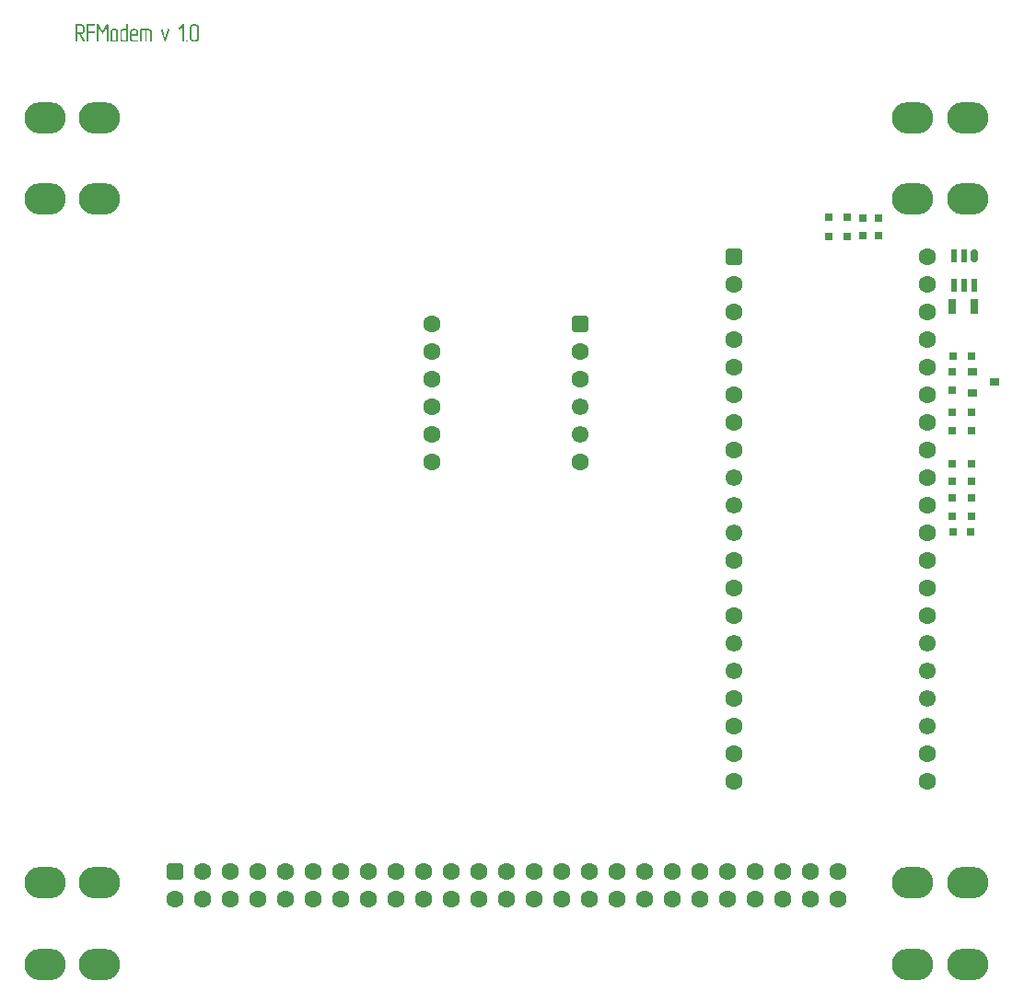
<source format=gts>
G04*
G04 #@! TF.GenerationSoftware,Altium Limited,Altium Designer,22.1.2 (22)*
G04*
G04 Layer_Color=8388736*
%FSAX44Y44*%
%MOMM*%
G71*
G04*
G04 #@! TF.SameCoordinates,84EC4855-0AA3-41C5-BBCE-46EE62212C49*
G04*
G04*
G04 #@! TF.FilePolarity,Negative*
G04*
G01*
G75*
%ADD14R,0.8000X1.4000*%
%ADD15R,0.8000X0.8000*%
%ADD16R,0.8000X0.8000*%
%ADD17R,0.9500X0.8000*%
%ADD18R,0.6000X1.2000*%
G04:AMPARAMS|DCode=19|XSize=0.6mm|YSize=1.2mm|CornerRadius=0.15mm|HoleSize=0mm|Usage=FLASHONLY|Rotation=0.000|XOffset=0mm|YOffset=0mm|HoleType=Round|Shape=RoundedRectangle|*
%AMROUNDEDRECTD19*
21,1,0.6000,0.9000,0,0,0.0*
21,1,0.3000,1.2000,0,0,0.0*
1,1,0.3000,0.1500,-0.4500*
1,1,0.3000,-0.1500,-0.4500*
1,1,0.3000,-0.1500,0.4500*
1,1,0.3000,0.1500,0.4500*
%
%ADD19ROUNDEDRECTD19*%
%ADD20C,1.6000*%
G04:AMPARAMS|DCode=21|XSize=1.6mm|YSize=1.6mm|CornerRadius=0.4mm|HoleSize=0mm|Usage=FLASHONLY|Rotation=0.000|XOffset=0mm|YOffset=0mm|HoleType=Round|Shape=RoundedRectangle|*
%AMROUNDEDRECTD21*
21,1,1.6000,0.8000,0,0,0.0*
21,1,0.8000,1.6000,0,0,0.0*
1,1,0.8000,0.4000,-0.4000*
1,1,0.8000,-0.4000,-0.4000*
1,1,0.8000,-0.4000,0.4000*
1,1,0.8000,0.4000,0.4000*
%
%ADD21ROUNDEDRECTD21*%
%ADD22O,3.8000X2.9000*%
%ADD23O,1.6000X1.5000*%
G36*
X00103572Y00885749D02*
X00103757Y00885657D01*
X00103827Y00885587D01*
X00103919Y00885495D01*
Y00885471D01*
X00103966Y00885448D01*
X00104035Y00885310D01*
X00104104Y00885124D01*
X00104151Y00884870D01*
Y00870061D01*
Y00870038D01*
X00104128Y00869945D01*
X00104104Y00869806D01*
X00104058Y00869667D01*
X00103942Y00869505D01*
X00103804Y00869390D01*
X00103595Y00869297D01*
X00103318Y00869251D01*
X00103271D01*
X00103132Y00869274D01*
X00102947Y00869343D01*
X00102762Y00869459D01*
X00102716Y00869505D01*
X00102647Y00869621D01*
X00102577Y00869806D01*
X00102531Y00870061D01*
Y00882602D01*
X00099384Y00876933D01*
Y00876910D01*
X00099338Y00876887D01*
X00099222Y00876771D01*
X00099037Y00876632D01*
X00098898Y00876609D01*
X00098759Y00876586D01*
X00098690D01*
X00098620Y00876609D01*
X00098528Y00876632D01*
X00098435Y00876679D01*
X00098320Y00876725D01*
X00098227Y00876817D01*
X00098158Y00876933D01*
X00095034Y00882602D01*
Y00870061D01*
Y00870038D01*
X00095011Y00869945D01*
X00094987Y00869806D01*
X00094941Y00869667D01*
X00094825Y00869505D01*
X00094687Y00869390D01*
X00094478Y00869297D01*
X00094201Y00869251D01*
X00094154D01*
X00093992Y00869274D01*
X00093807Y00869343D01*
X00093622Y00869459D01*
X00093599Y00869505D01*
X00093530Y00869621D01*
X00093437Y00869806D01*
X00093414Y00870061D01*
Y00884870D01*
Y00884916D01*
X00093437Y00885009D01*
X00093460Y00885148D01*
X00093506Y00885333D01*
X00093599Y00885495D01*
X00093738Y00885633D01*
X00093900Y00885726D01*
X00094154Y00885772D01*
X00094224D01*
X00094316Y00885749D01*
X00094432Y00885703D01*
X00094548Y00885657D01*
X00094663Y00885564D01*
X00094779Y00885448D01*
X00094895Y00885286D01*
X00098759Y00878761D01*
X00102623Y00885286D01*
X00102647Y00885310D01*
X00102670Y00885356D01*
X00102739Y00885448D01*
X00102832Y00885541D01*
X00103063Y00885703D01*
X00103225Y00885749D01*
X00103387Y00885772D01*
X00103433D01*
X00103572Y00885749D01*
D02*
G37*
G36*
X00159477Y00881098D02*
X00159662Y00881029D01*
X00159870Y00880913D01*
X00159894D01*
X00159917Y00880867D01*
X00160009Y00880774D01*
X00160079Y00880589D01*
X00160125Y00880473D01*
Y00880335D01*
Y00880288D01*
Y00880219D01*
X00160102Y00880126D01*
X00160079Y00880057D01*
X00157232Y00869899D01*
Y00869876D01*
X00157186Y00869806D01*
X00157140Y00869690D01*
X00157071Y00869575D01*
X00156955Y00869436D01*
X00156816Y00869343D01*
X00156631Y00869251D01*
X00156423Y00869228D01*
X00156376D01*
X00156284Y00869251D01*
X00156122Y00869297D01*
X00155960Y00869390D01*
X00155937Y00869413D01*
X00155844Y00869505D01*
X00155775Y00869621D01*
X00155728Y00869737D01*
X00152836Y00880057D01*
Y00880080D01*
X00152813Y00880103D01*
X00152790Y00880196D01*
Y00880335D01*
Y00880358D01*
Y00880404D01*
X00152813Y00880543D01*
X00152882Y00880705D01*
X00153021Y00880890D01*
X00153044D01*
X00153067Y00880936D01*
X00153183Y00881006D01*
X00153368Y00881075D01*
X00153600Y00881121D01*
X00153692D01*
X00153785Y00881098D01*
X00153924Y00881052D01*
X00154039Y00880983D01*
X00154178Y00880867D01*
X00154294Y00880728D01*
X00154386Y00880520D01*
X00156446Y00872467D01*
X00158528Y00880520D01*
Y00880543D01*
X00158551Y00880612D01*
X00158598Y00880705D01*
X00158667Y00880820D01*
X00158760Y00880936D01*
X00158898Y00881029D01*
X00159084Y00881098D01*
X00159292Y00881121D01*
X00159338D01*
X00159477Y00881098D01*
D02*
G37*
G36*
X00184144Y00885680D02*
X00184282Y00885657D01*
X00184444Y00885633D01*
X00184815Y00885518D01*
X00185231Y00885356D01*
X00185462Y00885240D01*
X00185694Y00885101D01*
X00185925Y00884939D01*
X00186157Y00884754D01*
X00186365Y00884546D01*
X00186596Y00884291D01*
X00186619D01*
X00186643Y00884268D01*
X00186758Y00884153D01*
X00186920Y00883968D01*
X00187105Y00883736D01*
X00187267Y00883412D01*
X00187429Y00883019D01*
X00187545Y00882556D01*
X00187591Y00882301D01*
Y00882024D01*
Y00872884D01*
Y00872861D01*
Y00872814D01*
Y00872745D01*
X00187568Y00872629D01*
Y00872514D01*
X00187545Y00872352D01*
X00187453Y00872004D01*
X00187337Y00871588D01*
X00187129Y00871171D01*
X00186874Y00870732D01*
X00186689Y00870524D01*
X00186504Y00870315D01*
X00186481D01*
X00186458Y00870269D01*
X00186388Y00870223D01*
X00186319Y00870153D01*
X00186087Y00869968D01*
X00185786Y00869783D01*
X00185393Y00869598D01*
X00184953Y00869413D01*
X00184444Y00869297D01*
X00184167Y00869274D01*
X00183889Y00869251D01*
X00182616D01*
X00182501Y00869274D01*
X00182362D01*
X00182223Y00869297D01*
X00181853Y00869390D01*
X00181459Y00869505D01*
X00181020Y00869690D01*
X00180580Y00869945D01*
X00180372Y00870107D01*
X00180164Y00870292D01*
Y00870315D01*
X00180117Y00870338D01*
X00180071Y00870408D01*
X00180002Y00870477D01*
X00179840Y00870709D01*
X00179655Y00871009D01*
X00179446Y00871403D01*
X00179284Y00871842D01*
X00179169Y00872328D01*
X00179145Y00872606D01*
X00179122Y00872884D01*
Y00882024D01*
Y00882047D01*
Y00882093D01*
Y00882163D01*
X00179145Y00882278D01*
Y00882417D01*
X00179192Y00882556D01*
X00179261Y00882926D01*
X00179400Y00883343D01*
X00179585Y00883782D01*
X00179863Y00884245D01*
X00180025Y00884477D01*
X00180210Y00884685D01*
X00180233Y00884708D01*
X00180256Y00884731D01*
X00180395Y00884847D01*
X00180603Y00885009D01*
X00180904Y00885194D01*
X00181274Y00885379D01*
X00181714Y00885541D01*
X00182200Y00885657D01*
X00182477Y00885703D01*
X00184051D01*
X00184144Y00885680D01*
D02*
G37*
G36*
X00176646Y00870824D02*
X00176762Y00870801D01*
X00176924Y00870755D01*
X00177086Y00870639D01*
X00177202Y00870500D01*
X00177294Y00870315D01*
X00177341Y00870038D01*
Y00870014D01*
Y00869991D01*
X00177317Y00869853D01*
X00177248Y00869667D01*
X00177109Y00869482D01*
X00177063Y00869436D01*
X00176947Y00869367D01*
X00176762Y00869297D01*
X00176507Y00869251D01*
X00176438D01*
X00176299Y00869274D01*
X00176114Y00869343D01*
X00175929Y00869459D01*
X00175906Y00869505D01*
X00175837Y00869621D01*
X00175744Y00869806D01*
X00175721Y00870038D01*
Y00870061D01*
Y00870084D01*
X00175744Y00870223D01*
X00175813Y00870408D01*
X00175929Y00870593D01*
Y00870616D01*
X00175975Y00870639D01*
X00176091Y00870732D01*
X00176253Y00870801D01*
X00176369Y00870847D01*
X00176554D01*
X00176646Y00870824D01*
D02*
G37*
G36*
X00173222Y00885657D02*
X00173407Y00885587D01*
X00173615Y00885448D01*
X00173638D01*
X00173661Y00885402D01*
X00173754Y00885310D01*
X00173823Y00885125D01*
X00173870Y00885009D01*
Y00884870D01*
Y00870038D01*
Y00870014D01*
Y00869968D01*
X00173846Y00869899D01*
Y00869806D01*
X00173754Y00869621D01*
X00173708Y00869529D01*
X00173615Y00869436D01*
X00173569Y00869413D01*
X00173453Y00869343D01*
X00173291Y00869274D01*
X00173060Y00869251D01*
X00173013D01*
X00172852Y00869274D01*
X00172666Y00869343D01*
X00172481Y00869459D01*
X00172435Y00869505D01*
X00172366Y00869621D01*
X00172296Y00869783D01*
X00172250Y00870038D01*
Y00883297D01*
X00170214Y00880890D01*
X00170167Y00880844D01*
X00170052Y00880774D01*
X00169867Y00880705D01*
X00169635Y00880659D01*
X00169589D01*
X00169450Y00880682D01*
X00169265Y00880751D01*
X00169057Y00880890D01*
X00169010Y00880936D01*
X00168941Y00881052D01*
X00168871Y00881237D01*
X00168825Y00881468D01*
Y00881492D01*
Y00881515D01*
X00168848Y00881654D01*
X00168941Y00881839D01*
X00168987Y00881931D01*
X00169080Y00882024D01*
X00172504Y00885448D01*
X00172551Y00885495D01*
X00172643Y00885564D01*
X00172805Y00885633D01*
X00173037Y00885680D01*
X00173083D01*
X00173222Y00885657D01*
D02*
G37*
G36*
X00141914Y00881098D02*
X00142215Y00881029D01*
X00142562Y00880913D01*
X00142585D01*
X00142632Y00880867D01*
X00142724Y00880820D01*
X00142840Y00880774D01*
X00143094Y00880589D01*
X00143372Y00880358D01*
X00143395Y00880335D01*
X00143441Y00880311D01*
X00143488Y00880242D01*
X00143580Y00880150D01*
X00143742Y00879895D01*
X00143904Y00879571D01*
Y00879548D01*
X00143927Y00879502D01*
X00143974Y00879409D01*
X00144020Y00879270D01*
X00144089Y00878969D01*
X00144112Y00878622D01*
Y00870038D01*
Y00870014D01*
X00144089Y00869922D01*
X00144066Y00869783D01*
X00144020Y00869644D01*
X00143904Y00869505D01*
X00143765Y00869367D01*
X00143580Y00869274D01*
X00143302Y00869251D01*
X00143256D01*
X00143094Y00869274D01*
X00142909Y00869343D01*
X00142724Y00869459D01*
X00142678Y00869505D01*
X00142608Y00869621D01*
X00142539Y00869783D01*
X00142493Y00870038D01*
Y00878622D01*
Y00878645D01*
Y00878692D01*
X00142470Y00878761D01*
Y00878830D01*
X00142377Y00879039D01*
X00142308Y00879155D01*
X00142215Y00879247D01*
Y00879270D01*
X00142169Y00879293D01*
X00142053Y00879386D01*
X00141845Y00879478D01*
X00141729Y00879525D01*
X00139554D01*
Y00870038D01*
Y00870014D01*
Y00869968D01*
X00139531Y00869899D01*
Y00869806D01*
X00139438Y00869621D01*
X00139392Y00869529D01*
X00139299Y00869436D01*
X00139253Y00869413D01*
X00139137Y00869343D01*
X00138975Y00869274D01*
X00138744Y00869251D01*
X00138698D01*
X00138536Y00869274D01*
X00138351Y00869343D01*
X00138166Y00869459D01*
X00138119Y00869505D01*
X00138050Y00869621D01*
X00137980Y00869783D01*
X00137934Y00870038D01*
Y00879525D01*
X00134995D01*
Y00870038D01*
Y00870014D01*
X00134972Y00869922D01*
X00134949Y00869783D01*
X00134903Y00869644D01*
X00134787Y00869505D01*
X00134648Y00869367D01*
X00134440Y00869274D01*
X00134162Y00869251D01*
X00134116D01*
X00133954Y00869274D01*
X00133769Y00869343D01*
X00133584Y00869459D01*
X00133561Y00869505D01*
X00133491Y00869621D01*
X00133399Y00869783D01*
X00133376Y00870038D01*
Y00880311D01*
Y00880358D01*
X00133399Y00880450D01*
X00133422Y00880566D01*
X00133468Y00880728D01*
X00133561Y00880867D01*
X00133700Y00881006D01*
X00133908Y00881098D01*
X00134162Y00881121D01*
X00141775D01*
X00141914Y00881098D01*
D02*
G37*
G36*
X00129419Y00881075D02*
X00129650Y00881029D01*
X00129951Y00880936D01*
X00130252Y00880820D01*
X00130553Y00880635D01*
X00130830Y00880381D01*
X00130854Y00880358D01*
X00130946Y00880242D01*
X00131062Y00880103D01*
X00131201Y00879895D01*
X00131339Y00879617D01*
X00131455Y00879316D01*
X00131548Y00878969D01*
X00131571Y00878576D01*
Y00875174D01*
Y00875151D01*
X00131548Y00875059D01*
X00131525Y00874920D01*
X00131455Y00874781D01*
X00131363Y00874642D01*
X00131201Y00874503D01*
X00130992Y00874411D01*
X00130715Y00874388D01*
X00125855D01*
Y00871750D01*
Y00871727D01*
Y00871681D01*
X00125878Y00871611D01*
Y00871518D01*
X00125971Y00871310D01*
X00126017Y00871195D01*
X00126110Y00871102D01*
X00126133D01*
X00126156Y00871056D01*
X00126272Y00870986D01*
X00126480Y00870894D01*
X00126596Y00870871D01*
X00126712Y00870847D01*
X00130761D01*
X00130854Y00870824D01*
X00130969Y00870801D01*
X00131131Y00870755D01*
X00131293Y00870639D01*
X00131409Y00870500D01*
X00131501Y00870315D01*
X00131548Y00870038D01*
Y00870014D01*
Y00869991D01*
X00131525Y00869852D01*
X00131455Y00869667D01*
X00131339Y00869482D01*
X00131293Y00869436D01*
X00131178Y00869367D01*
X00130992Y00869297D01*
X00130715Y00869251D01*
X00126688D01*
X00126550Y00869274D01*
X00126364Y00869297D01*
X00126110Y00869343D01*
X00125809Y00869436D01*
X00125508Y00869552D01*
X00125208Y00869737D01*
X00124930Y00869968D01*
X00124907Y00869991D01*
X00124814Y00870107D01*
X00124722Y00870246D01*
X00124583Y00870454D01*
X00124467Y00870732D01*
X00124351Y00871032D01*
X00124259Y00871380D01*
X00124236Y00871773D01*
Y00878599D01*
Y00878622D01*
Y00878692D01*
Y00878784D01*
X00124259Y00878900D01*
X00124305Y00879201D01*
X00124421Y00879548D01*
Y00879571D01*
X00124467Y00879617D01*
X00124490Y00879710D01*
X00124560Y00879826D01*
X00124722Y00880080D01*
X00124930Y00880358D01*
X00124953Y00880381D01*
X00124999Y00880427D01*
X00125069Y00880473D01*
X00125161Y00880566D01*
X00125416Y00880728D01*
X00125717Y00880913D01*
X00125740D01*
X00125809Y00880936D01*
X00125902Y00880983D01*
X00126017Y00881029D01*
X00126179Y00881052D01*
X00126341Y00881098D01*
X00126735Y00881121D01*
X00129211D01*
X00129419Y00881075D01*
D02*
G37*
G36*
X00121783Y00885680D02*
X00121968Y00885610D01*
X00122176Y00885471D01*
X00122199D01*
X00122222Y00885425D01*
X00122315Y00885310D01*
X00122385Y00885124D01*
X00122431Y00885009D01*
Y00884870D01*
Y00870038D01*
Y00870014D01*
X00122408Y00869922D01*
X00122385Y00869783D01*
X00122315Y00869644D01*
X00122222Y00869505D01*
X00122060Y00869367D01*
X00121852Y00869274D01*
X00121575Y00869251D01*
X00117409D01*
X00117294Y00869274D01*
X00116947Y00869320D01*
X00116600Y00869436D01*
X00116576D01*
X00116530Y00869482D01*
X00116438Y00869529D01*
X00116345Y00869575D01*
X00116091Y00869760D01*
X00115813Y00869991D01*
X00115790Y00870014D01*
X00115767Y00870061D01*
X00115697Y00870130D01*
X00115628Y00870223D01*
X00115443Y00870477D01*
X00115281Y00870778D01*
Y00870801D01*
X00115258Y00870871D01*
X00115234Y00870963D01*
X00115188Y00871079D01*
X00115165Y00871218D01*
X00115119Y00871403D01*
X00115096Y00871773D01*
Y00878622D01*
Y00878645D01*
Y00878669D01*
X00115119Y00878807D01*
X00115142Y00878992D01*
X00115188Y00879247D01*
X00115281Y00879525D01*
X00115396Y00879826D01*
X00115582Y00880126D01*
X00115813Y00880404D01*
X00115836Y00880427D01*
X00115952Y00880520D01*
X00116091Y00880635D01*
X00116299Y00880774D01*
X00116576Y00880890D01*
X00116877Y00881006D01*
X00117224Y00881098D01*
X00117618Y00881121D01*
X00120811D01*
Y00884870D01*
Y00884893D01*
Y00884939D01*
X00120834Y00885078D01*
X00120904Y00885286D01*
X00121019Y00885471D01*
X00121066Y00885518D01*
X00121181Y00885587D01*
X00121366Y00885657D01*
X00121598Y00885703D01*
X00121644D01*
X00121783Y00885680D01*
D02*
G37*
G36*
X00111069Y00881098D02*
X00111393Y00881029D01*
X00111740Y00880913D01*
X00111763D01*
X00111810Y00880867D01*
X00111902Y00880820D01*
X00112018Y00880774D01*
X00112273Y00880589D01*
X00112550Y00880358D01*
X00112573Y00880335D01*
X00112620Y00880311D01*
X00112666Y00880242D01*
X00112759Y00880150D01*
X00112921Y00879895D01*
X00113083Y00879571D01*
Y00879548D01*
X00113106Y00879502D01*
X00113152Y00879409D01*
X00113198Y00879270D01*
X00113268Y00878969D01*
X00113291Y00878622D01*
Y00871773D01*
Y00871750D01*
Y00871727D01*
Y00871588D01*
X00113244Y00871403D01*
X00113198Y00871148D01*
X00113106Y00870847D01*
X00112990Y00870547D01*
X00112805Y00870246D01*
X00112550Y00869968D01*
X00112527Y00869945D01*
X00112411Y00869852D01*
X00112273Y00869737D01*
X00112064Y00869621D01*
X00111787Y00869482D01*
X00111486Y00869367D01*
X00111139Y00869274D01*
X00110745Y00869251D01*
X00108408D01*
X00108270Y00869274D01*
X00108084Y00869297D01*
X00107830Y00869343D01*
X00107529Y00869436D01*
X00107228Y00869552D01*
X00106927Y00869737D01*
X00106650Y00869968D01*
X00106627Y00869991D01*
X00106534Y00870107D01*
X00106441Y00870246D01*
X00106303Y00870454D01*
X00106187Y00870732D01*
X00106071Y00871032D01*
X00105979Y00871380D01*
X00105955Y00871773D01*
Y00878622D01*
Y00878645D01*
Y00878715D01*
Y00878807D01*
X00105979Y00878923D01*
X00106025Y00879247D01*
X00106141Y00879571D01*
Y00879594D01*
X00106187Y00879640D01*
X00106210Y00879733D01*
X00106279Y00879849D01*
X00106441Y00880103D01*
X00106650Y00880381D01*
X00106673Y00880404D01*
X00106719Y00880450D01*
X00106789Y00880497D01*
X00106881Y00880589D01*
X00107136Y00880751D01*
X00107436Y00880913D01*
X00107460D01*
X00107529Y00880936D01*
X00107622Y00880983D01*
X00107737Y00881029D01*
X00107899Y00881052D01*
X00108061Y00881098D01*
X00108455Y00881121D01*
X00110931D01*
X00111069Y00881098D01*
D02*
G37*
G36*
X00090892Y00885680D02*
X00091007Y00885657D01*
X00091169Y00885610D01*
X00091331Y00885495D01*
X00091447Y00885356D01*
X00091540Y00885171D01*
X00091586Y00884893D01*
Y00884870D01*
Y00884847D01*
X00091563Y00884708D01*
X00091493Y00884523D01*
X00091355Y00884338D01*
X00091308Y00884291D01*
X00091193Y00884222D01*
X00091007Y00884153D01*
X00090753Y00884106D01*
X00085894D01*
Y00878830D01*
X00090822D01*
X00090892Y00878807D01*
X00090984D01*
X00091193Y00878715D01*
X00091285Y00878669D01*
X00091378Y00878576D01*
X00091401Y00878530D01*
X00091493Y00878414D01*
X00091563Y00878252D01*
X00091586Y00878044D01*
Y00878021D01*
Y00877998D01*
X00091563Y00877859D01*
X00091493Y00877674D01*
X00091355Y00877465D01*
X00091308Y00877419D01*
X00091193Y00877350D01*
X00091007Y00877280D01*
X00090753Y00877234D01*
X00085894D01*
Y00870038D01*
Y00870014D01*
X00085871Y00869922D01*
X00085847Y00869783D01*
X00085801Y00869644D01*
X00085685Y00869505D01*
X00085547Y00869367D01*
X00085338Y00869274D01*
X00085061Y00869251D01*
X00085014D01*
X00084852Y00869274D01*
X00084667Y00869343D01*
X00084482Y00869459D01*
X00084459Y00869505D01*
X00084390Y00869621D01*
X00084297Y00869783D01*
X00084274Y00870038D01*
Y00884870D01*
Y00884916D01*
X00084297Y00885009D01*
X00084320Y00885124D01*
X00084367Y00885286D01*
X00084459Y00885448D01*
X00084598Y00885564D01*
X00084806Y00885657D01*
X00085061Y00885703D01*
X00090799D01*
X00090892Y00885680D01*
D02*
G37*
G36*
X00079021D02*
X00079160Y00885657D01*
X00079322Y00885633D01*
X00079692Y00885541D01*
X00080109Y00885356D01*
X00080340Y00885263D01*
X00080572Y00885124D01*
X00080803Y00884962D01*
X00081034Y00884777D01*
X00081243Y00884569D01*
X00081474Y00884315D01*
X00081497D01*
X00081520Y00884268D01*
X00081636Y00884176D01*
X00081798Y00883991D01*
X00081983Y00883736D01*
X00082145Y00883412D01*
X00082307Y00883019D01*
X00082423Y00882556D01*
X00082469Y00882301D01*
Y00882024D01*
Y00879733D01*
Y00879710D01*
Y00879663D01*
Y00879594D01*
X00082446Y00879478D01*
Y00879340D01*
X00082423Y00879201D01*
X00082330Y00878830D01*
X00082214Y00878437D01*
X00082006Y00877998D01*
X00081752Y00877558D01*
X00081567Y00877350D01*
X00081382Y00877141D01*
X00081358D01*
X00081335Y00877095D01*
X00081266Y00877049D01*
X00081196Y00876979D01*
X00080965Y00876817D01*
X00080641Y00876632D01*
X00080271Y00876424D01*
X00079831Y00876262D01*
X00079322Y00876146D01*
X00079044Y00876123D01*
X00078767Y00876100D01*
X00078882D01*
X00082353Y00870431D01*
X00082376Y00870385D01*
X00082423Y00870292D01*
X00082446Y00870153D01*
X00082469Y00870038D01*
Y00870014D01*
Y00869991D01*
X00082446Y00869852D01*
X00082353Y00869667D01*
X00082307Y00869575D01*
X00082214Y00869482D01*
X00082168Y00869436D01*
X00082052Y00869367D01*
X00081867Y00869297D01*
X00081636Y00869251D01*
X00081567D01*
X00081405Y00869297D01*
X00081243Y00869367D01*
X00081173Y00869436D01*
X00081127Y00869529D01*
X00077193Y00876100D01*
X00075620D01*
Y00870038D01*
Y00870014D01*
X00075597Y00869922D01*
X00075574Y00869783D01*
X00075527Y00869644D01*
X00075412Y00869505D01*
X00075273Y00869367D01*
X00075064Y00869274D01*
X00074787Y00869251D01*
X00074741D01*
X00074578Y00869274D01*
X00074393Y00869343D01*
X00074208Y00869459D01*
X00074185Y00869505D01*
X00074116Y00869621D01*
X00074023Y00869783D01*
X00074000Y00870038D01*
Y00884870D01*
Y00884916D01*
X00074023Y00885009D01*
X00074046Y00885124D01*
X00074093Y00885286D01*
X00074185Y00885448D01*
X00074324Y00885564D01*
X00074532Y00885657D01*
X00074787Y00885703D01*
X00078929D01*
X00079021Y00885680D01*
D02*
G37*
%LPC*%
G36*
X00183889Y00884106D02*
X00182593D01*
X00182501Y00884083D01*
X00182246Y00884037D01*
X00181968Y00883944D01*
X00181945D01*
X00181899Y00883921D01*
X00181853Y00883875D01*
X00181760Y00883829D01*
X00181552Y00883690D01*
X00181320Y00883482D01*
Y00883458D01*
X00181274Y00883435D01*
X00181159Y00883297D01*
X00181020Y00883088D01*
X00180881Y00882834D01*
Y00882811D01*
X00180858Y00882764D01*
X00180835Y00882695D01*
X00180812Y00882602D01*
X00180765Y00882348D01*
X00180742Y00882024D01*
Y00872884D01*
Y00872861D01*
Y00872814D01*
Y00872722D01*
X00180765Y00872629D01*
X00180812Y00872352D01*
X00180881Y00872074D01*
Y00872051D01*
X00180904Y00872004D01*
X00180950Y00871935D01*
X00180997Y00871866D01*
X00181135Y00871634D01*
X00181320Y00871426D01*
X00181344D01*
X00181367Y00871380D01*
X00181506Y00871264D01*
X00181714Y00871125D01*
X00181968Y00870986D01*
X00181992D01*
X00182038Y00870963D01*
X00182107Y00870940D01*
X00182200Y00870917D01*
X00182454Y00870871D01*
X00182755Y00870847D01*
X00184051D01*
X00184213Y00870871D01*
X00184421Y00870917D01*
X00184653Y00870986D01*
X00184884Y00871079D01*
X00185138Y00871218D01*
X00185370Y00871403D01*
X00185393Y00871426D01*
X00185462Y00871518D01*
X00185555Y00871634D01*
X00185671Y00871796D01*
X00185786Y00872028D01*
X00185879Y00872282D01*
X00185948Y00872560D01*
X00185972Y00872884D01*
Y00882024D01*
Y00882047D01*
Y00882093D01*
Y00882163D01*
X00185948Y00882278D01*
X00185902Y00882510D01*
X00185810Y00882787D01*
Y00882811D01*
X00185786Y00882857D01*
X00185740Y00882926D01*
X00185694Y00883019D01*
X00185555Y00883227D01*
X00185347Y00883458D01*
X00185324Y00883482D01*
X00185301Y00883505D01*
X00185162Y00883620D01*
X00184953Y00883782D01*
X00184699Y00883921D01*
X00184676D01*
X00184629Y00883944D01*
X00184560Y00883991D01*
X00184468Y00884014D01*
X00184213Y00884083D01*
X00183889Y00884106D01*
D02*
G37*
G36*
X00129164Y00879525D02*
X00126665D01*
X00126503Y00879502D01*
X00126318Y00879409D01*
X00126202Y00879340D01*
X00126110Y00879247D01*
X00126064Y00879201D01*
X00125994Y00879062D01*
X00125902Y00878877D01*
X00125878Y00878738D01*
X00125855Y00878599D01*
Y00875984D01*
X00129951D01*
Y00878599D01*
Y00878622D01*
Y00878669D01*
X00129928Y00878738D01*
Y00878830D01*
X00129835Y00879039D01*
X00129766Y00879155D01*
X00129673Y00879247D01*
Y00879270D01*
X00129627Y00879293D01*
X00129488Y00879386D01*
X00129303Y00879478D01*
X00129164Y00879525D01*
D02*
G37*
G36*
X00120811D02*
X00117525D01*
X00117456Y00879502D01*
X00117386D01*
X00117178Y00879409D01*
X00117062Y00879340D01*
X00116970Y00879247D01*
X00116924Y00879201D01*
X00116854Y00879085D01*
X00116762Y00878877D01*
X00116739Y00878761D01*
X00116715Y00878622D01*
Y00871750D01*
Y00871727D01*
Y00871681D01*
X00116739Y00871611D01*
Y00871518D01*
X00116831Y00871310D01*
X00116877Y00871195D01*
X00116970Y00871102D01*
X00116993D01*
X00117016Y00871056D01*
X00117155Y00870986D01*
X00117340Y00870894D01*
X00117456Y00870871D01*
X00117595Y00870847D01*
X00120811D01*
Y00879525D01*
D02*
G37*
G36*
X00110884D02*
X00108385D01*
X00108223Y00879502D01*
X00108038Y00879409D01*
X00107922Y00879340D01*
X00107830Y00879247D01*
X00107783Y00879201D01*
X00107714Y00879085D01*
X00107622Y00878877D01*
X00107598Y00878761D01*
X00107575Y00878622D01*
Y00871750D01*
Y00871727D01*
Y00871681D01*
X00107598Y00871611D01*
Y00871518D01*
X00107691Y00871310D01*
X00107737Y00871195D01*
X00107830Y00871102D01*
X00107853D01*
X00107876Y00871056D01*
X00107992Y00870986D01*
X00108200Y00870894D01*
X00108316Y00870871D01*
X00108431Y00870847D01*
X00110815D01*
X00110884Y00870871D01*
X00110977D01*
X00111185Y00870963D01*
X00111301Y00871009D01*
X00111393Y00871102D01*
X00111416Y00871125D01*
X00111440Y00871148D01*
X00111532Y00871287D01*
X00111625Y00871472D01*
X00111671Y00871611D01*
Y00871750D01*
Y00878622D01*
Y00878645D01*
Y00878692D01*
X00111648Y00878761D01*
Y00878830D01*
X00111555Y00879039D01*
X00111486Y00879155D01*
X00111393Y00879247D01*
Y00879270D01*
X00111347Y00879293D01*
X00111208Y00879386D01*
X00111023Y00879478D01*
X00110884Y00879525D01*
D02*
G37*
G36*
X00078767Y00884106D02*
X00075620D01*
Y00877697D01*
X00078929D01*
X00079044Y00877720D01*
X00079299Y00877766D01*
X00079577Y00877835D01*
X00079600D01*
X00079646Y00877859D01*
X00079715Y00877905D01*
X00079808Y00877951D01*
X00080016Y00878090D01*
X00080225Y00878275D01*
X00080248Y00878298D01*
X00080271Y00878322D01*
X00080386Y00878483D01*
X00080548Y00878692D01*
X00080687Y00878946D01*
Y00878969D01*
X00080710Y00879016D01*
X00080734Y00879085D01*
X00080780Y00879178D01*
X00080826Y00879432D01*
X00080849Y00879733D01*
Y00882024D01*
Y00882047D01*
Y00882093D01*
Y00882163D01*
X00080826Y00882278D01*
X00080780Y00882510D01*
X00080687Y00882787D01*
Y00882811D01*
X00080664Y00882857D01*
X00080618Y00882926D01*
X00080572Y00883019D01*
X00080433Y00883227D01*
X00080225Y00883458D01*
X00080201Y00883482D01*
X00080178Y00883505D01*
X00080039Y00883620D01*
X00079831Y00883782D01*
X00079577Y00883921D01*
X00079553D01*
X00079507Y00883944D01*
X00079438Y00883991D01*
X00079345Y00884014D01*
X00079091Y00884083D01*
X00078767Y00884106D01*
D02*
G37*
%LPD*%
D14*
X00900000Y00626000D02*
D03*
X00880000D02*
D03*
D15*
X00881000Y00580000D02*
D03*
X00897500D02*
D03*
X00783250Y00708000D02*
D03*
X00766750D02*
D03*
X00783250Y00690000D02*
D03*
X00766750D02*
D03*
X00880750Y00418000D02*
D03*
X00897250D02*
D03*
D16*
X00798000Y00690750D02*
D03*
X00798000Y00707250D02*
D03*
X00880000Y00565250D02*
D03*
Y00548750D02*
D03*
Y00528250D02*
D03*
Y00511750D02*
D03*
X00898000D02*
D03*
Y00528250D02*
D03*
X00880000Y00432750D02*
D03*
Y00449250D02*
D03*
X00812000Y00707250D02*
D03*
Y00690750D02*
D03*
X00880000Y00464750D02*
D03*
Y00481250D02*
D03*
X00898000Y00481250D02*
D03*
Y00464750D02*
D03*
Y00432750D02*
D03*
Y00449250D02*
D03*
D17*
X00899000Y00565500D02*
D03*
X00919000Y00556000D02*
D03*
X00899000Y00546500D02*
D03*
D18*
X00900500Y00645500D02*
D03*
X00891000Y00645500D02*
D03*
X00881500Y00645500D02*
D03*
Y00672500D02*
D03*
X00891000Y00672500D02*
D03*
D19*
X00900500Y00672500D02*
D03*
D20*
X00266800Y00105700D02*
D03*
Y00080300D02*
D03*
X00292200Y00105700D02*
D03*
Y00080300D02*
D03*
X00317600Y00105700D02*
D03*
Y00080300D02*
D03*
X00343000Y00105700D02*
D03*
Y00080300D02*
D03*
X00368400Y00105700D02*
D03*
Y00080300D02*
D03*
X00393800Y00105700D02*
D03*
Y00080300D02*
D03*
X00419200Y00105700D02*
D03*
Y00080300D02*
D03*
X00444600Y00105700D02*
D03*
Y00080300D02*
D03*
X00470000Y00105700D02*
D03*
Y00080300D02*
D03*
X00495400Y00105700D02*
D03*
Y00080300D02*
D03*
X00520800Y00105700D02*
D03*
Y00080300D02*
D03*
X00546200Y00105700D02*
D03*
Y00080300D02*
D03*
X00571600Y00105700D02*
D03*
Y00080300D02*
D03*
X00597000Y00105700D02*
D03*
Y00080300D02*
D03*
X00622400Y00105700D02*
D03*
Y00080300D02*
D03*
X00647800Y00105700D02*
D03*
Y00080300D02*
D03*
X00673200Y00105700D02*
D03*
Y00080300D02*
D03*
X00698600Y00105700D02*
D03*
Y00080300D02*
D03*
X00724000Y00105700D02*
D03*
Y00080300D02*
D03*
X00749400Y00105700D02*
D03*
Y00080300D02*
D03*
X00774800Y00105700D02*
D03*
Y00080300D02*
D03*
X00216000Y00105700D02*
D03*
X00190600D02*
D03*
X00216000Y00080300D02*
D03*
X00190600D02*
D03*
X00165200D02*
D03*
X00241400Y00105700D02*
D03*
Y00080300D02*
D03*
X00679100Y00595100D02*
D03*
Y00620500D02*
D03*
Y00544300D02*
D03*
Y00493500D02*
D03*
X00679100Y00569700D02*
D03*
Y00518900D02*
D03*
Y00645900D02*
D03*
X00856900Y00620500D02*
D03*
X00679100Y00239500D02*
D03*
Y00214100D02*
D03*
Y00264900D02*
D03*
Y00391900D02*
D03*
Y00366500D02*
D03*
X00856900Y00391900D02*
D03*
X00679100Y00188700D02*
D03*
Y00341100D02*
D03*
X00856900Y00493500D02*
D03*
Y00366500D02*
D03*
Y00341100D02*
D03*
Y00442700D02*
D03*
Y00417300D02*
D03*
Y00645900D02*
D03*
Y00569700D02*
D03*
Y00671300D02*
D03*
X00856900Y00595100D02*
D03*
X00856900Y00544300D02*
D03*
Y00518900D02*
D03*
X00856900Y00468100D02*
D03*
X00856900Y00214100D02*
D03*
Y00188700D02*
D03*
X00538000Y00584100D02*
D03*
Y00482500D02*
D03*
Y00558700D02*
D03*
X00402000Y00482500D02*
D03*
Y00507900D02*
D03*
Y00533300D02*
D03*
Y00558700D02*
D03*
Y00584100D02*
D03*
Y00609500D02*
D03*
D21*
X00165200Y00105700D02*
D03*
X00679100Y00671300D02*
D03*
X00538000Y00609500D02*
D03*
D22*
X00046000Y00095500D02*
D03*
Y00020500D02*
D03*
X00096000D02*
D03*
Y00095500D02*
D03*
X00894000Y00020500D02*
D03*
Y00095500D02*
D03*
X00844000D02*
D03*
Y00020500D02*
D03*
X00046000Y00799500D02*
D03*
Y00724500D02*
D03*
X00096000D02*
D03*
Y00799500D02*
D03*
X00894000Y00724500D02*
D03*
Y00799500D02*
D03*
X00844000D02*
D03*
Y00724500D02*
D03*
D23*
X00679100Y00468100D02*
D03*
Y00442700D02*
D03*
Y00315700D02*
D03*
X00679100Y00417300D02*
D03*
Y00290300D02*
D03*
X00856900Y00315700D02*
D03*
Y00290300D02*
D03*
Y00264900D02*
D03*
X00856900Y00239500D02*
D03*
X00538000Y00507900D02*
D03*
Y00533300D02*
D03*
M02*

</source>
